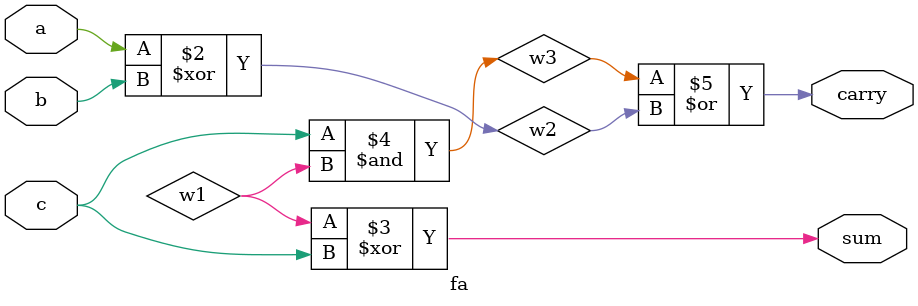
<source format=v>
module fa (a,b,c,sum, carry); 
input a,b,c; 
output sum, carry; 
wire w1,w2,w3; 
xor gl(wl,a,b); 
xor g2 (w2,a,b); 
xor g3 (sum, w1,c); 
and (w3,c,w1); 
or g5 (carry, w3,w2); 
endmodule

</source>
